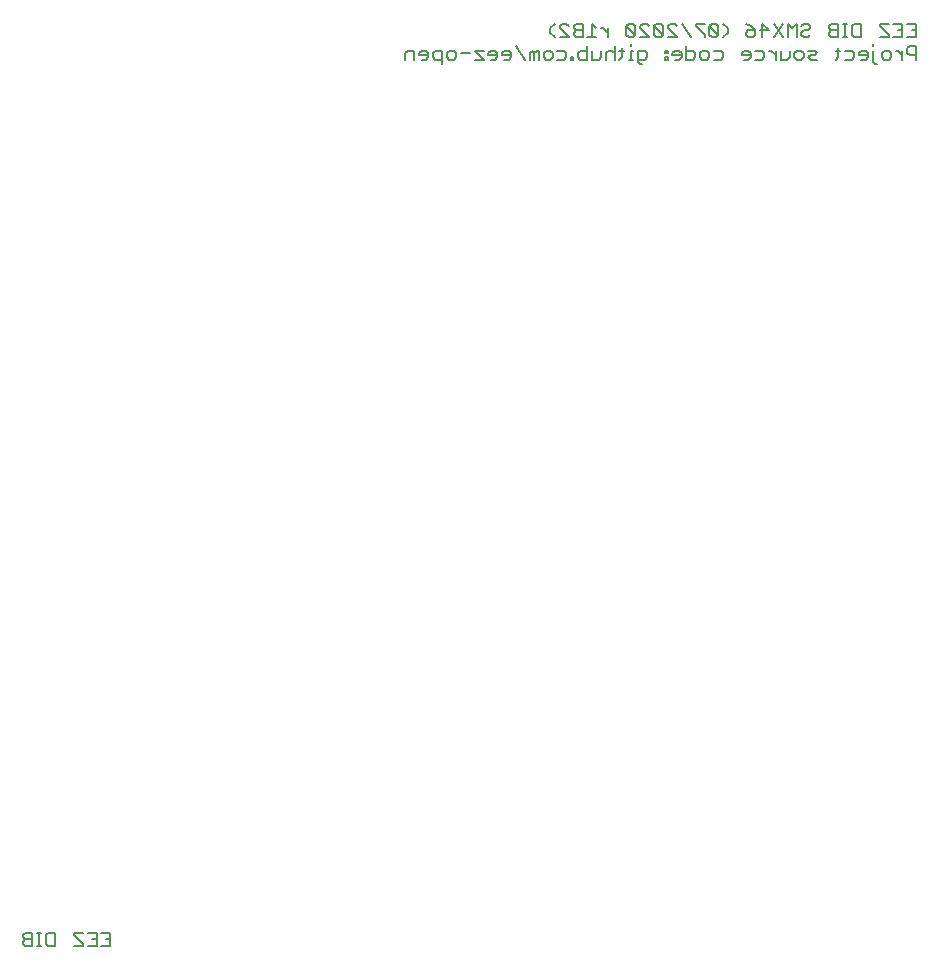
<source format=gbo>
G75*
%MOIN*%
%OFA0B0*%
%FSLAX25Y25*%
%IPPOS*%
%LPD*%
%AMOC8*
5,1,8,0,0,1.08239X$1,22.5*
%
%ADD10C,0.00500*%
D10*
X0359846Y0120520D02*
X0360597Y0119770D01*
X0362849Y0119770D01*
X0362849Y0124274D01*
X0360597Y0124274D01*
X0359846Y0123523D01*
X0359846Y0122772D01*
X0360597Y0122022D01*
X0362849Y0122022D01*
X0360597Y0122022D02*
X0359846Y0121271D01*
X0359846Y0120520D01*
X0364417Y0119770D02*
X0365918Y0119770D01*
X0365167Y0119770D02*
X0365167Y0124274D01*
X0364417Y0124274D02*
X0365918Y0124274D01*
X0367519Y0123523D02*
X0368270Y0124274D01*
X0370522Y0124274D01*
X0370522Y0119770D01*
X0368270Y0119770D01*
X0367519Y0120520D01*
X0367519Y0123523D01*
X0376727Y0123523D02*
X0379730Y0120520D01*
X0379730Y0119770D01*
X0376727Y0119770D01*
X0376727Y0123523D02*
X0376727Y0124274D01*
X0379730Y0124274D01*
X0381331Y0124274D02*
X0384334Y0124274D01*
X0384334Y0119770D01*
X0381331Y0119770D01*
X0382832Y0122022D02*
X0384334Y0122022D01*
X0385935Y0124274D02*
X0388938Y0124274D01*
X0388938Y0119770D01*
X0385935Y0119770D01*
X0387436Y0122022D02*
X0388938Y0122022D01*
X0487293Y0415254D02*
X0487293Y0417506D01*
X0488044Y0418256D01*
X0490296Y0418256D01*
X0490296Y0415254D01*
X0491897Y0416755D02*
X0494900Y0416755D01*
X0494900Y0416005D02*
X0494900Y0417506D01*
X0494149Y0418256D01*
X0492648Y0418256D01*
X0491897Y0417506D01*
X0491897Y0416755D01*
X0492648Y0415254D02*
X0494149Y0415254D01*
X0494900Y0416005D01*
X0496501Y0416005D02*
X0496501Y0417506D01*
X0497252Y0418256D01*
X0499503Y0418256D01*
X0499503Y0413753D01*
X0499503Y0415254D02*
X0497252Y0415254D01*
X0496501Y0416005D01*
X0501105Y0416005D02*
X0501105Y0417506D01*
X0501855Y0418256D01*
X0503357Y0418256D01*
X0504107Y0417506D01*
X0504107Y0416005D01*
X0503357Y0415254D01*
X0501855Y0415254D01*
X0501105Y0416005D01*
X0505709Y0417506D02*
X0508711Y0417506D01*
X0510313Y0418256D02*
X0513315Y0415254D01*
X0510313Y0415254D01*
X0510313Y0418256D02*
X0513315Y0418256D01*
X0514917Y0417506D02*
X0514917Y0416755D01*
X0517919Y0416755D01*
X0517919Y0416005D02*
X0517919Y0417506D01*
X0517169Y0418256D01*
X0515667Y0418256D01*
X0514917Y0417506D01*
X0515667Y0415254D02*
X0517169Y0415254D01*
X0517919Y0416005D01*
X0519521Y0416755D02*
X0522523Y0416755D01*
X0522523Y0416005D02*
X0522523Y0417506D01*
X0521772Y0418256D01*
X0520271Y0418256D01*
X0519521Y0417506D01*
X0519521Y0416755D01*
X0520271Y0415254D02*
X0521772Y0415254D01*
X0522523Y0416005D01*
X0524124Y0419758D02*
X0527127Y0415254D01*
X0528728Y0415254D02*
X0528728Y0417506D01*
X0529479Y0418256D01*
X0530230Y0417506D01*
X0530230Y0415254D01*
X0531731Y0415254D02*
X0531731Y0418256D01*
X0530980Y0418256D01*
X0530230Y0417506D01*
X0533332Y0417506D02*
X0533332Y0416005D01*
X0534083Y0415254D01*
X0535584Y0415254D01*
X0536335Y0416005D01*
X0536335Y0417506D01*
X0535584Y0418256D01*
X0534083Y0418256D01*
X0533332Y0417506D01*
X0537936Y0418256D02*
X0540188Y0418256D01*
X0540939Y0417506D01*
X0540939Y0416005D01*
X0540188Y0415254D01*
X0537936Y0415254D01*
X0542490Y0415254D02*
X0543241Y0415254D01*
X0543241Y0416005D01*
X0542490Y0416005D01*
X0542490Y0415254D01*
X0544842Y0416005D02*
X0544842Y0417506D01*
X0545593Y0418256D01*
X0547845Y0418256D01*
X0547845Y0419758D02*
X0547845Y0415254D01*
X0545593Y0415254D01*
X0544842Y0416005D01*
X0549446Y0415254D02*
X0549446Y0418256D01*
X0549446Y0415254D02*
X0551698Y0415254D01*
X0552449Y0416005D01*
X0552449Y0418256D01*
X0554050Y0417506D02*
X0554050Y0415254D01*
X0554050Y0417506D02*
X0554801Y0418256D01*
X0556302Y0418256D01*
X0557053Y0417506D01*
X0558621Y0418256D02*
X0560122Y0418256D01*
X0559371Y0419007D02*
X0559371Y0416005D01*
X0558621Y0415254D01*
X0557053Y0415254D02*
X0557053Y0419758D01*
X0554751Y0422754D02*
X0554751Y0425756D01*
X0554751Y0424255D02*
X0553249Y0425756D01*
X0552499Y0425756D01*
X0550914Y0425756D02*
X0549413Y0427258D01*
X0549413Y0422754D01*
X0550914Y0422754D02*
X0547911Y0422754D01*
X0546310Y0422754D02*
X0544058Y0422754D01*
X0543307Y0423505D01*
X0543307Y0424255D01*
X0544058Y0425006D01*
X0546310Y0425006D01*
X0546310Y0422754D02*
X0546310Y0427258D01*
X0544058Y0427258D01*
X0543307Y0426507D01*
X0543307Y0425756D01*
X0544058Y0425006D01*
X0541706Y0426507D02*
X0540955Y0427258D01*
X0539454Y0427258D01*
X0538704Y0426507D01*
X0538704Y0425756D01*
X0541706Y0422754D01*
X0538704Y0422754D01*
X0537102Y0422754D02*
X0535601Y0424255D01*
X0535601Y0425756D01*
X0537102Y0427258D01*
X0560956Y0426507D02*
X0563958Y0423505D01*
X0563208Y0422754D01*
X0561706Y0422754D01*
X0560956Y0423505D01*
X0560956Y0426507D01*
X0561706Y0427258D01*
X0563208Y0427258D01*
X0563958Y0426507D01*
X0563958Y0423505D01*
X0565560Y0422754D02*
X0568562Y0422754D01*
X0565560Y0425756D01*
X0565560Y0426507D01*
X0566310Y0427258D01*
X0567812Y0427258D01*
X0568562Y0426507D01*
X0570164Y0426507D02*
X0573166Y0423505D01*
X0572416Y0422754D01*
X0570914Y0422754D01*
X0570164Y0423505D01*
X0570164Y0426507D01*
X0570914Y0427258D01*
X0572416Y0427258D01*
X0573166Y0426507D01*
X0573166Y0423505D01*
X0574768Y0422754D02*
X0577770Y0422754D01*
X0574768Y0425756D01*
X0574768Y0426507D01*
X0575518Y0427258D01*
X0577020Y0427258D01*
X0577770Y0426507D01*
X0579372Y0427258D02*
X0582374Y0422754D01*
X0580906Y0419758D02*
X0580906Y0415254D01*
X0583158Y0415254D01*
X0583909Y0416005D01*
X0583909Y0417506D01*
X0583158Y0418256D01*
X0580906Y0418256D01*
X0579305Y0417506D02*
X0579305Y0416005D01*
X0578554Y0415254D01*
X0577053Y0415254D01*
X0576302Y0416755D02*
X0579305Y0416755D01*
X0579305Y0417506D02*
X0578554Y0418256D01*
X0577053Y0418256D01*
X0576302Y0417506D01*
X0576302Y0416755D01*
X0574701Y0416005D02*
X0574701Y0415254D01*
X0573950Y0415254D01*
X0573950Y0416005D01*
X0574701Y0416005D01*
X0574701Y0417506D02*
X0574701Y0418256D01*
X0573950Y0418256D01*
X0573950Y0417506D01*
X0574701Y0417506D01*
X0567795Y0417506D02*
X0567795Y0416005D01*
X0567044Y0415254D01*
X0564792Y0415254D01*
X0564792Y0414503D02*
X0564792Y0418256D01*
X0567044Y0418256D01*
X0567795Y0417506D01*
X0566294Y0413753D02*
X0565543Y0413753D01*
X0564792Y0414503D01*
X0563191Y0415254D02*
X0561690Y0415254D01*
X0562440Y0415254D02*
X0562440Y0418256D01*
X0563191Y0418256D01*
X0562440Y0419758D02*
X0562440Y0420508D01*
X0583975Y0426507D02*
X0586978Y0423505D01*
X0586978Y0422754D01*
X0588579Y0423505D02*
X0589330Y0422754D01*
X0590831Y0422754D01*
X0591582Y0423505D01*
X0588579Y0426507D01*
X0588579Y0423505D01*
X0588579Y0426507D02*
X0589330Y0427258D01*
X0590831Y0427258D01*
X0591582Y0426507D01*
X0591582Y0423505D01*
X0593150Y0422754D02*
X0594651Y0424255D01*
X0594651Y0425756D01*
X0593150Y0427258D01*
X0586978Y0427258D02*
X0583975Y0427258D01*
X0583975Y0426507D01*
X0586261Y0418256D02*
X0587762Y0418256D01*
X0588513Y0417506D01*
X0588513Y0416005D01*
X0587762Y0415254D01*
X0586261Y0415254D01*
X0585510Y0416005D01*
X0585510Y0417506D01*
X0586261Y0418256D01*
X0590114Y0418256D02*
X0592366Y0418256D01*
X0593117Y0417506D01*
X0593117Y0416005D01*
X0592366Y0415254D01*
X0590114Y0415254D01*
X0599322Y0416755D02*
X0602324Y0416755D01*
X0602324Y0416005D02*
X0602324Y0417506D01*
X0601574Y0418256D01*
X0600073Y0418256D01*
X0599322Y0417506D01*
X0599322Y0416755D01*
X0600073Y0415254D02*
X0601574Y0415254D01*
X0602324Y0416005D01*
X0603926Y0415254D02*
X0606178Y0415254D01*
X0606928Y0416005D01*
X0606928Y0417506D01*
X0606178Y0418256D01*
X0603926Y0418256D01*
X0603108Y0422754D02*
X0601607Y0422754D01*
X0600857Y0423505D01*
X0600857Y0424255D01*
X0601607Y0425006D01*
X0603859Y0425006D01*
X0603859Y0423505D01*
X0603108Y0422754D01*
X0603859Y0425006D02*
X0602358Y0426507D01*
X0600857Y0427258D01*
X0605460Y0425006D02*
X0608463Y0425006D01*
X0606211Y0427258D01*
X0606211Y0422754D01*
X0610064Y0422754D02*
X0613067Y0427258D01*
X0614668Y0427258D02*
X0614668Y0422754D01*
X0613067Y0422754D02*
X0610064Y0427258D01*
X0614668Y0427258D02*
X0616170Y0425756D01*
X0617671Y0427258D01*
X0617671Y0422754D01*
X0619272Y0423505D02*
X0620023Y0422754D01*
X0621524Y0422754D01*
X0622275Y0423505D01*
X0621524Y0425006D02*
X0620023Y0425006D01*
X0619272Y0424255D01*
X0619272Y0423505D01*
X0621524Y0425006D02*
X0622275Y0425756D01*
X0622275Y0426507D01*
X0621524Y0427258D01*
X0620023Y0427258D01*
X0619272Y0426507D01*
X0619222Y0418256D02*
X0619973Y0417506D01*
X0619973Y0416005D01*
X0619222Y0415254D01*
X0617721Y0415254D01*
X0616970Y0416005D01*
X0616970Y0417506D01*
X0617721Y0418256D01*
X0619222Y0418256D01*
X0621574Y0418256D02*
X0623826Y0418256D01*
X0624577Y0417506D01*
X0623826Y0416755D01*
X0622325Y0416755D01*
X0621574Y0416005D01*
X0622325Y0415254D01*
X0624577Y0415254D01*
X0630749Y0415254D02*
X0631499Y0416005D01*
X0631499Y0419007D01*
X0630749Y0418256D02*
X0632250Y0418256D01*
X0633851Y0418256D02*
X0636103Y0418256D01*
X0636854Y0417506D01*
X0636854Y0416005D01*
X0636103Y0415254D01*
X0633851Y0415254D01*
X0638455Y0416755D02*
X0641458Y0416755D01*
X0641458Y0416005D02*
X0641458Y0417506D01*
X0640707Y0418256D01*
X0639206Y0418256D01*
X0638455Y0417506D01*
X0638455Y0416755D01*
X0639206Y0415254D02*
X0640707Y0415254D01*
X0641458Y0416005D01*
X0643026Y0414503D02*
X0643026Y0418256D01*
X0643026Y0419758D02*
X0643026Y0420508D01*
X0645361Y0422754D02*
X0648364Y0422754D01*
X0648364Y0423505D01*
X0645361Y0426507D01*
X0645361Y0427258D01*
X0648364Y0427258D01*
X0649965Y0427258D02*
X0652968Y0427258D01*
X0652968Y0422754D01*
X0649965Y0422754D01*
X0651466Y0425006D02*
X0652968Y0425006D01*
X0654569Y0427258D02*
X0657572Y0427258D01*
X0657572Y0422754D01*
X0654569Y0422754D01*
X0656070Y0425006D02*
X0657572Y0425006D01*
X0657572Y0419758D02*
X0655320Y0419758D01*
X0654569Y0419007D01*
X0654569Y0417506D01*
X0655320Y0416755D01*
X0657572Y0416755D01*
X0657572Y0415254D02*
X0657572Y0419758D01*
X0652968Y0418256D02*
X0652968Y0415254D01*
X0652968Y0416755D02*
X0651466Y0418256D01*
X0650716Y0418256D01*
X0649131Y0417506D02*
X0649131Y0416005D01*
X0648380Y0415254D01*
X0646879Y0415254D01*
X0646128Y0416005D01*
X0646128Y0417506D01*
X0646879Y0418256D01*
X0648380Y0418256D01*
X0649131Y0417506D01*
X0644527Y0413753D02*
X0643776Y0413753D01*
X0643026Y0414503D01*
X0639156Y0422754D02*
X0636904Y0422754D01*
X0636153Y0423505D01*
X0636153Y0426507D01*
X0636904Y0427258D01*
X0639156Y0427258D01*
X0639156Y0422754D01*
X0634552Y0422754D02*
X0633051Y0422754D01*
X0633801Y0422754D02*
X0633801Y0427258D01*
X0633051Y0427258D02*
X0634552Y0427258D01*
X0631483Y0427258D02*
X0629231Y0427258D01*
X0628480Y0426507D01*
X0628480Y0425756D01*
X0629231Y0425006D01*
X0631483Y0425006D01*
X0631483Y0422754D02*
X0631483Y0427258D01*
X0629231Y0425006D02*
X0628480Y0424255D01*
X0628480Y0423505D01*
X0629231Y0422754D01*
X0631483Y0422754D01*
X0615369Y0418256D02*
X0615369Y0416005D01*
X0614618Y0415254D01*
X0612366Y0415254D01*
X0612366Y0418256D01*
X0610765Y0418256D02*
X0610765Y0415254D01*
X0610765Y0416755D02*
X0609264Y0418256D01*
X0608513Y0418256D01*
M02*

</source>
